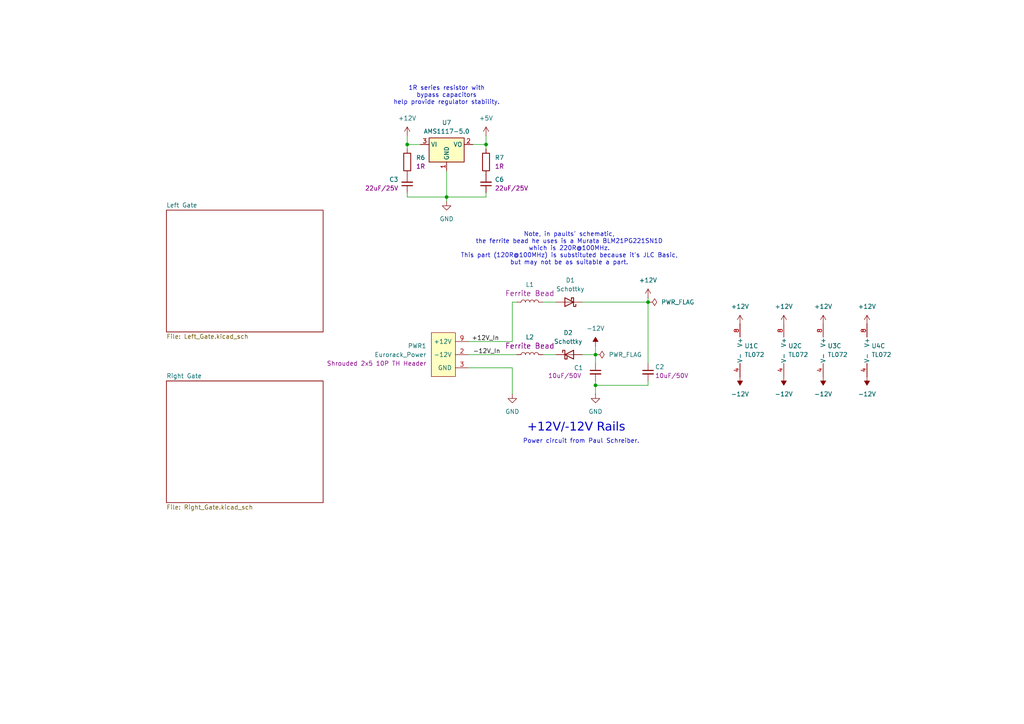
<source format=kicad_sch>
(kicad_sch (version 20250114) (generator "eeschema") (generator_version "9.0")
  (paper "A4")
  (lib_symbols
    (symbol "FerriteBead_0603_JLC_Basic_for_Eurorack_Power_1" (pin_numbers (hide yes)) (pin_names (offset 1.016) (hide yes))
      (property "Reference" "L1" (at 5.08 0 90))
      (property "Display" "Ferrite Bead" (at 2.54 0 90))
      (symbol "FerriteBead_0603_JLC_Basic_for_Eurorack_Power_1_0_1"
        (arc (start 0 2.54) (mid 0.6323 1.905) (end 0 1.27))
        (arc (start 0 1.27) (mid 0.6323 0.635) (end 0 0))
        (arc (start 0 0) (mid 0.6323 -0.635) (end 0 -1.27))
        (arc (start 0 -1.27) (mid 0.6323 -1.905) (end 0 -2.54))
      )
      (symbol "FerriteBead_0603_JLC_Basic_for_Eurorack_Power_1_1_1"
        (pin passive line (at 0 3.81 270) (length 1.27) (name "1") (number "1"))
        (pin passive line (at 0 -3.81 90) (length 1.27) (name "2") (number "2"))
      )
    )
    (symbol "Lichen:10uF_0805_50V" (pin_numbers (hide yes)) (pin_names (offset 0.254) (hide yes))
      (property "Reference" "C2" (at 2.54 1.2638 0))
      (property "Display" "10uF/50V" (at 2.032 -1.016 0))
      (symbol "10uF_0805_50V_0_1"
        (polyline (pts (xy -1.524 0.508) (xy 1.524 0.508)) (stroke (width 0.3048)))
        (polyline (pts (xy -1.524 -0.508) (xy 1.524 -0.508)) (stroke (width 0.3302)))
      )
      (symbol "10uF_0805_50V_1_1"
        (pin passive line (at 0 2.54 270) (length 2.032) (name "~") (number "1"))
        (pin passive line (at 0 -2.54 90) (length 2.032) (name "~") (number "2"))
      )
    )
    (symbol "Lichen:1R_0603" (pin_numbers (hide yes)) (pin_names (offset 0))
      (property "Reference" "R7" (at 2.54 1.2701 0))
      (property "Display" "1R" (at 2.54 -1.2699 0))
      (symbol "1R_0603_0_1"
        (rectangle (start -1.016 -2.54) (end 1.016 2.54) (stroke (width 0.254)))
      )
      (symbol "1R_0603_1_1"
        (pin passive line (at 0 3.81 270) (length 1.27) (name "~") (number "1"))
        (pin passive line (at 0 -3.81 90) (length 1.27) (name "~") (number "2"))
      )
    )
    (symbol "Lichen:22uF_0805_25V" (pin_numbers (hide yes)) (pin_names (offset 0.254) (hide yes))
      (property "Reference" "C3" (at -2.54 -1.2765 0))
      (property "Display" "22uF/25V" (at -2.54 1.2635 0))
      (symbol "22uF_0805_25V_0_1"
        (polyline (pts (xy -1.524 0.508) (xy 1.524 0.508)) (stroke (width 0.3048)))
        (polyline (pts (xy -1.524 -0.508) (xy 1.524 -0.508)) (stroke (width 0.3302)))
      )
      (symbol "22uF_0805_25V_1_1"
        (pin passive line (at 0 2.54 270) (length 2.032) (name "~") (number "1"))
        (pin passive line (at 0 -2.54 90) (length 2.032) (name "~") (number "2"))
      )
    )
    (symbol "Lichen:Eurorack_Power_2x5P_Shrouded_TH" (pin_names (offset 1.016))
      (property "Reference" "PWR1" (at -4.572 2.54 0))
      (property "Value" "Eurorack_Power" (at -4.572 0 0))
      (property "Description" "Shrouded 2x5 10P TH Header" (at -4.572 -2.54 0))
      (symbol "Eurorack_Power_2x5P_Shrouded_TH_0_1"
        (rectangle (start -3.175 6.35) (end 3.81 -6.35) (fill (type background)))
      )
      (symbol "Eurorack_Power_2x5P_Shrouded_TH_1_1"
        (pin passive line (at 7.62 3.81 180) (length 3.81) (hide yes) (name "+12V") (number "10"))
        (pin power_out line (at 7.62 3.81 180) (length 3.81) (name "+12V") (number "9"))
        (pin power_out line (at 7.62 0 180) (length 3.81) (hide yes) (name "-12V") (number "1"))
        (pin passive line (at 7.62 0 180) (length 3.81) (name "-12V") (number "2"))
        (pin power_out line (at 7.62 -3.81 180) (length 3.81) (name "GND") (number "3"))
        (pin passive line (at 7.62 -3.81 180) (length 3.81) (hide yes) (name "GND") (number "4"))
        (pin passive line (at 7.62 -3.81 180) (length 3.81) (hide yes) (name "GND") (number "5"))
        (pin passive line (at 7.62 -3.81 180) (length 3.81) (hide yes) (name "GND") (number "6"))
        (pin passive line (at 7.62 -3.81 180) (length 3.81) (hide yes) (name "GND") (number "7"))
        (pin passive line (at 7.62 -3.81 180) (length 3.81) (hide yes) (name "GND") (number "8"))
      )
    )
    (symbol "Lichen:FerriteBead_0603_JLC_Basic_for_Eurorack_Power" (pin_numbers (hide yes)) (pin_names (offset 1.016) (hide yes))
      (property "Reference" "L1" (at 5.08 0 90))
      (property "Display" "Ferrite Bead" (at 2.54 0 90))
      (symbol "FerriteBead_0603_JLC_Basic_for_Eurorack_Power_0_1"
        (arc (start 0 2.54) (mid 0.6323 1.905) (end 0 1.27))
        (arc (start 0 1.27) (mid 0.6323 0.635) (end 0 0))
        (arc (start 0 0) (mid 0.6323 -0.635) (end 0 -1.27))
        (arc (start 0 -1.27) (mid 0.6323 -1.905) (end 0 -2.54))
      )
      (symbol "FerriteBead_0603_JLC_Basic_for_Eurorack_Power_1_1"
        (pin passive line (at 0 3.81 270) (length 1.27) (name "1") (number "1"))
        (pin passive line (at 0 -3.81 90) (length 1.27) (name "2") (number "2"))
      )
    )
    (symbol "Lichen:Schottky_Diode" (pin_numbers (hide yes)) (pin_names (offset 1.016) (hide yes))
      (property "Reference" "D1" (at -0.3175 -6.35 0))
      (property "Value" "Schottky" (at -0.3175 -3.81 0))
      (symbol "Schottky_Diode_0_1"
        (polyline (pts (xy -1.905 0.635) (xy -1.905 1.27) (xy -1.27 1.27) (xy -1.27 -1.27) (xy -0.635 -1.27) (xy -0.635 -0.635)) (stroke (width 0.254)))
        (polyline (pts (xy 1.27 1.27) (xy 1.27 -1.27) (xy -1.27 0) (xy 1.27 1.27)) (stroke (width 0.254)))
        (polyline (pts (xy 1.27 0) (xy -1.27 0)))
      )
      (symbol "Schottky_Diode_1_1"
        (pin passive line (at -3.81 0 0) (length 2.54) (name "K") (number "1"))
        (pin passive line (at 3.81 0 180) (length 2.54) (name "A") (number "2"))
      )
    )
    (symbol "Lichen:TL072" (pin_names (offset 0.127))
      (property "Reference" "OP3" (at 0 10.16 0))
      (property "Value" "TL072" (at 0 7.62 0))
      (symbol "TL072_1_1"
        (polyline (pts (xy -5.08 5.08) (xy 5.08 0) (xy -5.08 -5.08) (xy -5.08 5.08)) (stroke (width 0.254)) (fill (type background)))
        (pin input line (at -7.62 2.54 0) (length 2.54) (name "+") (number "3"))
        (pin input line (at -7.62 -2.54 0) (length 2.54) (name "-") (number "2"))
        (pin output line (at 7.62 0 180) (length 2.54) (name "~") (number "1"))
      )
      (symbol "TL072_2_1"
        (polyline (pts (xy -5.08 5.08) (xy 5.08 0) (xy -5.08 -5.08) (xy -5.08 5.08)) (stroke (width 0.254)) (fill (type background)))
        (pin input line (at -7.62 2.54 0) (length 2.54) (name "+") (number "5"))
        (pin input line (at -7.62 -2.54 0) (length 2.54) (name "-") (number "6"))
        (pin output line (at 7.62 0 180) (length 2.54) (name "~") (number "7"))
      )
      (symbol "TL072_3_1"
        (pin power_in line (at -2.54 7.62 270) (length 3.81) (name "V+") (number "8"))
        (pin power_in line (at -2.54 -7.62 90) (length 3.81) (name "V-") (number "4"))
      )
    )
    (symbol "Regulator_Linear:LM1117MP-5.0"
      (property "Reference" "U" (at -3.81 3.175 0))
      (property "Value" "LM1117MP-5.0" (at 0 3.175 0))
      (symbol "LM1117MP-5.0_0_1"
        (rectangle (start -5.08 -5.08) (end 5.08 1.905) (stroke (width 0.254)) (fill (type background)))
      )
      (symbol "LM1117MP-5.0_1_1"
        (pin power_in line (at -7.62 0 0) (length 2.54) (name "VI") (number "3"))
        (pin power_in line (at 0 -7.62 90) (length 2.54) (name "GND") (number "1"))
        (pin power_out line (at 7.62 0 180) (length 2.54) (name "VO") (number "2"))
      )
    )
    (symbol "power:+12V" (power) (pin_numbers (hide yes)) (pin_names (offset 0) (hide yes))
      (property "Value" "+12V" (at 0 3.556 0))
      (symbol "+12V_0_1"
        (polyline (pts (xy -0.762 1.27) (xy 0 2.54)))
        (polyline (pts (xy 0 2.54) (xy 0.762 1.27)))
        (polyline (pts (xy 0 0) (xy 0 2.54)))
      )
      (symbol "+12V_1_1"
        (pin power_in line (at 0 0 90) (length 0) (name "~") (number "1"))
      )
    )
    (symbol "power:+5V" (power) (pin_numbers (hide yes)) (pin_names (offset 0) (hide yes))
      (property "Value" "+5V" (at 0 3.556 0))
      (symbol "+5V_0_1"
        (polyline (pts (xy -0.762 1.27) (xy 0 2.54)))
        (polyline (pts (xy 0 2.54) (xy 0.762 1.27)))
        (polyline (pts (xy 0 0) (xy 0 2.54)))
      )
      (symbol "+5V_1_1"
        (pin power_in line (at 0 0 90) (length 0) (name "~") (number "1"))
      )
    )
    (symbol "power:-12V" (power) (pin_numbers (hide yes)) (pin_names (offset 0) (hide yes))
      (property "Value" "-12V" (at 0 3.556 0))
      (symbol "-12V_0_0"
        (pin power_in line (at 0 0 90) (length 0) (name "~") (number "1"))
      )
      (symbol "-12V_0_1"
        (polyline (pts (xy 0 0) (xy 0 1.27) (xy 0.762 1.27) (xy 0 2.54) (xy -0.762 1.27) (xy 0 1.27)) (fill (type outline)))
      )
    )
    (symbol "power:GND" (power) (pin_numbers (hide yes)) (pin_names (offset 0) (hide yes))
      (property "Value" "GND" (at 0 -3.81 0))
      (symbol "GND_0_1"
        (polyline (pts (xy 0 0) (xy 0 -1.27) (xy 1.27 -1.27) (xy 0 -2.54) (xy -1.27 -1.27) (xy 0 -1.27)))
      )
      (symbol "GND_1_1"
        (pin power_in line (at 0 0 270) (length 0) (name "~") (number "1"))
      )
    )
    (symbol "power:PWR_FLAG" (power) (pin_numbers (hide yes)) (pin_names (offset 0) (hide yes))
      (property "Value" "PWR_FLAG" (at 0 3.81 0))
      (symbol "PWR_FLAG_0_0"
        (pin power_out line (at 0 0 90) (length 0) (name "~") (number "1"))
      )
      (symbol "PWR_FLAG_0_1"
        (polyline (pts (xy 0 0) (xy 0 1.27) (xy -1.016 1.905) (xy 0 2.54) (xy 1.016 1.905) (xy 0 1.27)))
      )
    )
  )
  (text "1R series resistor with\nbypass capacitors\nhelp provide regulator stability." (at 129.54 27.686 0) (effects (font (size 1.27 1.27))))
  (text "Note, in paults' schematic,\nthe ferrite bead he uses is a Murata BLM21PG221SN1D\nwhich is 220R@100MHz.\nThis part (120R@100MHz) is substituted because it's JLC Basic,\nbut may not be as suitable a part." (at 165.1 72.136 0) (effects (font (size 1.27 1.27))))
  (text "Power circuit from Paul Schreiber." (at 151.638 128.016 0) (effects (font (size 1.27 1.27)) (justify left)))
  (text "+12V/-12V Rails" (at 167.132 124.714 0) (effects (font (size 2.5 2.5))))
  (junction (at 118.11 41.91))
  (junction (at 129.54 57.15))
  (junction (at 172.72 102.87))
  (junction (at 172.72 111.76))
  (junction (at 187.96 87.63))
  (junction (at 140.97 41.91))
  (wire (pts (xy 140.97 41.91) (xy 140.97 43.18)))
  (wire (pts (xy 140.97 41.91) (xy 137.16 41.91)))
  (wire (pts (xy 172.72 111.76) (xy 172.72 110.49)))
  (wire (pts (xy 149.86 87.63) (xy 148.59 87.63)))
  (wire (pts (xy 140.97 55.88) (xy 140.97 57.15)))
  (wire (pts (xy 118.11 57.15) (xy 129.54 57.15)))
  (wire (pts (xy 187.96 110.49) (xy 187.96 111.76)))
  (wire (pts (xy 118.11 39.37) (xy 118.11 41.91)))
  (wire (pts (xy 148.59 106.68) (xy 135.89 106.68)))
  (wire (pts (xy 129.54 58.42) (xy 129.54 57.15)))
  (wire (pts (xy 135.89 102.87) (xy 149.86 102.87)))
  (wire (pts (xy 129.54 49.53) (xy 129.54 57.15)))
  (wire (pts (xy 172.72 100.33) (xy 172.72 102.87)))
  (wire (pts (xy 168.91 87.63) (xy 187.96 87.63)))
  (wire (pts (xy 140.97 57.15) (xy 129.54 57.15)))
  (wire (pts (xy 168.91 102.87) (xy 172.72 102.87)))
  (wire (pts (xy 118.11 41.91) (xy 121.92 41.91)))
  (wire (pts (xy 148.59 99.06) (xy 135.89 99.06)))
  (wire (pts (xy 157.48 102.87) (xy 161.29 102.87)))
  (wire (pts (xy 187.96 87.63) (xy 187.96 86.36)))
  (wire (pts (xy 172.72 114.3) (xy 172.72 111.76)))
  (wire (pts (xy 187.96 87.63) (xy 187.96 105.41)))
  (wire (pts (xy 118.11 41.91) (xy 118.11 43.18)))
  (wire (pts (xy 161.29 87.63) (xy 157.48 87.63)))
  (wire (pts (xy 148.59 106.68) (xy 148.59 114.3)))
  (wire (pts (xy 148.59 87.63) (xy 148.59 99.06)))
  (wire (pts (xy 172.72 111.76) (xy 187.96 111.76)))
  (wire (pts (xy 118.11 55.88) (xy 118.11 57.15)))
  (wire (pts (xy 172.72 105.41) (xy 172.72 102.87)))
  (wire (pts (xy 140.97 39.37) (xy 140.97 41.91)))
  (label "+12V_In" (at 144.78 99.06 180))
  (label "-12V_In" (at 137.16 102.87 0))
  (symbol (lib_id "Lichen:10uF_0805_50V") (at 172.72 107.95 0) (unit 1)
    (property "Reference" "C1" (at 169.164 106.68 0) (effects (justify right)))
    (property "Value" "10uF_0805_25V" (effects (hide yes)))
    (property "Footprint" "Lichen:C_0805" (effects (hide yes)))
    (property "Description" "50V 10uF X5R ±10% 0805 MLCC SMD" (effects (hide yes)))
    (property "Specifications" "50V 10uF X5R ±10% 0805 MLCC SMD" (effects (hide yes)))
    (property "Manufacturer" "Murata Electronics" (effects (hide yes)))
    (property "Part Number" "GRM21BR61H106KE43L" (effects (hide yes)))
    (property "Display" "10uF/50V" (at 168.656 108.966 0) (effects (justify right)))
    (property "LCSC" "C440198" (effects (hide yes)))
  )
  (symbol (lib_id "power:GND") (at 129.54 58.42 0) (unit 1)
    (property "Reference" "#PWR014" (effects (hide yes)))
    (property "Value" "GND" (at 129.54 63.5 0))
    (property "Description" "Power symbol creates a global label with name \"GND\" , ground" (effects (hide yes)))
  )
  (symbol (lib_id "power:-12V") (at 238.76 109.22 180) (unit 1)
    (property "Reference" "#PWR010" (effects (hide yes)))
    (property "Value" "-12V" (at 238.76 114.3 0))
    (property "Description" "Power symbol creates a global label with name \"-12V\"" (effects (hide yes)))
  )
  (symbol (lib_id "Lichen:Eurorack_Power_2x5P_Shrouded_TH") (at 128.27 102.87 0) (unit 1)
    (property "Reference" "PWR1" (at 123.698 100.33 0) (effects (justify right)))
    (property "Value" "Eurorack_Power" (at 123.698 102.87 0) (effects (justify right)))
    (property "Footprint" "Lichen:Eurorack_Power_Shrouded_TH_Staggered_Small" (effects (hide yes)))
    (property "Description" "Shrouded 2x5 10P TH Header" (at 123.698 105.41 0) (effects (justify right)))
  )
  (symbol (lib_id "Lichen:10uF_0805_50V") (at 187.96 107.95 0) (unit 1)
    (property "Reference" "C2" (at 189.992 106.426 0) (effects (justify left)))
    (property "Value" "10uF_0805_25V" (effects (hide yes)))
    (property "Footprint" "Lichen:C_0805" (effects (hide yes)))
    (property "Description" "50V 10uF X5R ±10% 0805 MLCC SMD" (effects (hide yes)))
    (property "Specifications" "50V 10uF X5R ±10% 0805 MLCC SMD" (effects (hide yes)))
    (property "Manufacturer" "Murata Electronics" (effects (hide yes)))
    (property "Part Number" "GRM21BR61H106KE43L" (effects (hide yes)))
    (property "Display" "10uF/50V" (at 189.992 108.966 0) (effects (justify left)))
    (property "LCSC" "C440198" (effects (hide yes)))
  )
  (symbol (lib_id "Lichen:Schottky_Diode") (at 165.1 87.63 180) (unit 1)
    (property "Reference" "D1" (at 165.4175 81.28 0))
    (property "Value" "Schottky" (at 165.4175 83.82 0))
    (property "Footprint" "Diode_SMD:D_SMB_Handsoldering" (effects (hide yes)))
    (property "Datasheet" "https://www.lcsc.com/datasheet/lcsc_datasheet_2409301604_STMicroelectronics-STPS1L30U_C222239.pdf" (effects (hide yes)))
    (property "Description" "Schottky diode" (effects (hide yes)))
    (property "Manufacturer" "STMicroelectronics" (effects (hide yes)))
    (property "Part Number" "STPS1L30U" (effects (hide yes)))
    (property "JLCPCB ID" "C222239" (effects (hide yes)))
  )
  (symbol (lib_id "power:+12V") (at 118.11 39.37 0) (unit 1)
    (property "Reference" "#PWR021" (effects (hide yes)))
    (property "Value" "+12V" (at 118.11 34.29 0))
    (property "Description" "Power symbol creates a global label with name \"+12V\"" (effects (hide yes)))
  )
  (symbol (lib_id "Lichen:Schottky_Diode") (at 165.1 102.87 0) (unit 1)
    (property "Reference" "D2" (at 164.7825 96.52 0))
    (property "Value" "Schottky" (at 164.7825 99.06 0))
    (property "Footprint" "Diode_SMD:D_SMB_Handsoldering" (effects (hide yes)))
    (property "Datasheet" "https://www.lcsc.com/datasheet/lcsc_datasheet_2409301604_STMicroelectronics-STPS1L30U_C222239.pdf" (effects (hide yes)))
    (property "Description" "Schottky diode" (effects (hide yes)))
    (property "Manufacturer" "STMicroelectronics" (effects (hide yes)))
    (property "Part Number" "STPS1L30U" (effects (hide yes)))
    (property "LCSC" "C222239" (effects (hide yes)))
    (property "JLCPCB ID" "C222239" (effects (hide yes)))
  )
  (symbol (lib_id "power:GND") (at 148.59 114.3 0) (unit 1)
    (property "Reference" "#PWR01" (effects (hide yes)))
    (property "Value" "GND" (at 148.59 119.38 0))
    (property "Description" "Power symbol creates a global label with name \"GND\" , ground" (effects (hide yes)))
  )
  (symbol (lib_id "power:-12V") (at 214.63 109.22 180) (unit 1)
    (property "Reference" "#PWR06" (effects (hide yes)))
    (property "Value" "-12V" (at 214.63 114.3 0))
    (property "Description" "Power symbol creates a global label with name \"-12V\"" (effects (hide yes)))
  )
  (symbol (lib_name "FerriteBead_0603_JLC_Basic_for_Eurorack_Power_1") (lib_id "Lichen:FerriteBead_0603_JLC_Basic_for_Eurorack_Power") (at 153.67 87.63 90) (unit 1)
    (property "Reference" "L1" (at 153.67 82.55 90))
    (property "Value" "FerriteBead_0603_2A" (effects (hide yes)))
    (property "Footprint" "Lichen:R_0603" (effects (hide yes)))
    (property "Datasheet" "https://jlcpcb.com/api/file/downloadByFileSystemAccessId/8588900229559300096" (effects (hide yes)))
    (property "Description" "120Ω@100MHz 2A 50mΩ ±25% 0603 Ferrite Beads" (effects (hide yes)))
    (property "Specifications" "120Ω@100MHz 2A 50mΩ ±25% 0603 Ferrite Beads" (effects (hide yes)))
    (property "Manufacturer" "Murata Electronics" (effects (hide yes)))
    (property "Part Number" "BLM18PG121SN1D" (effects (hide yes)))
    (property "Display" "Ferrite Bead" (at 153.67 85.09 90) (effects (font (size 1.524 1.524))))
    (property "LCSC" "C14709" (effects (hide yes)))
  )
  (symbol (lib_id "Lichen:1R_0603") (at 140.97 46.99 0) (unit 1)
    (property "Reference" "R7" (at 143.51 45.7199 0) (effects (justify left)))
    (property "Value" "1R" (effects (hide yes)))
    (property "Footprint" "Lichen:R_0603" (effects (hide yes)))
    (property "Datasheet" "https://jlcpcb.com/api/file/downloadByFileSystemAccessId/8579706155561910272" (effects (hide yes)))
    (property "Description" "100mW 1Ω 75V ±1% 0603" (effects (hide yes)))
    (property "Specifications" "100mW 1Ω 75V ±1%" (effects (hide yes)))
    (property "Manufacturer" " UNI-ROYAL(Uniroyal Elec)" (effects (hide yes)))
    (property "Part Number" "0603WAF100KT5E " (effects (hide yes)))
    (property "Display" "1R" (at 143.51 48.2599 0) (effects (justify left)))
    (property "LCSC" "C22936" (effects (hide yes)))
  )
  (symbol (lib_id "power:+12V") (at 227.33 93.98 0) (unit 1)
    (property "Reference" "#PWR07" (effects (hide yes)))
    (property "Value" "+12V" (at 227.33 88.9 0))
    (property "Description" "Power symbol creates a global label with name \"+12V\"" (effects (hide yes)))
  )
  (symbol (lib_id "Lichen:TL072") (at 217.17 101.6 0) (unit 3)
    (property "Reference" "U1" (at 215.9 100.3299 0) (effects (justify left)))
    (property "Value" "TL072" (at 215.9 102.8699 0) (effects (justify left)))
    (property "Footprint" "Package_SO:SOIC-8_3.9x4.9mm_P1.27mm" (effects (hide yes)))
    (property "Datasheet" "http://www.ti.com/lit/ds/symlink/tl071.pdf" (effects (hide yes)))
    (property "Description" "Dual Low-Noise JFET-Input Operational Amplifiers, DIP-8/SOIC-8" (effects (hide yes)))
    (property "LCSC" "C6961" (effects (hide yes)))
    (property "Manufacturer" "STMicroelectronics" (effects (hide yes)))
    (property "Part Number" "TL072CDT" (effects (hide yes)))
  )
  (symbol (lib_id "power:-12V") (at 172.72 100.33 0) (unit 1)
    (property "Reference" "#PWR02" (effects (hide yes)))
    (property "Value" "-12V" (at 172.72 95.25 0))
    (property "Description" "Power symbol creates a global label with name \"-12V\"" (effects (hide yes)))
  )
  (symbol (lib_id "Lichen:22uF_0805_25V") (at 118.11 53.34 0) (mirror x) (unit 1)
    (property "Reference" "C3" (at 115.57 52.0635 0) (effects (justify right)))
    (property "Value" "22uF_0805_25V" (effects (hide yes)))
    (property "Footprint" "Lichen:C_0805" (effects (hide yes)))
    (property "Datasheet" "https://jlcpcb.com/api/file/downloadByFileSystemAccessId/8579706866429190144" (effects (hide yes)))
    (property "Description" "22uF 25V X5R ±20% 0805 MLCC" (effects (hide yes)))
    (property "Manufacturer" "Samsung Electro-Mechanics" (effects (hide yes)))
    (property "Part Number" "CL21A226MAQNNNE" (effects (hide yes)))
    (property "Display" "22uF/25V" (at 115.57 54.6035 0) (effects (justify right)))
    (property "LCSC" "C45783" (effects (hide yes)))
  )
  (symbol (lib_id "power:-12V") (at 227.33 109.22 180) (unit 1)
    (property "Reference" "#PWR08" (effects (hide yes)))
    (property "Value" "-12V" (at 227.33 114.3 0))
    (property "Description" "Power symbol creates a global label with name \"-12V\"" (effects (hide yes)))
  )
  (symbol (lib_id "power:GND") (at 172.72 114.3 0) (unit 1)
    (property "Reference" "#PWR03" (effects (hide yes)))
    (property "Value" "GND" (at 172.72 119.38 0))
    (property "Description" "Power symbol creates a global label with name \"GND\" , ground" (effects (hide yes)))
  )
  (symbol (lib_id "power:PWR_FLAG") (at 187.96 87.63 270) (unit 1)
    (property "Reference" "#FLG02" (effects (hide yes)))
    (property "Value" "PWR_FLAG" (at 191.77 87.6299 90) (effects (justify left)))
    (property "Description" "Special symbol for telling ERC where power comes from" (effects (hide yes)))
  )
  (symbol (lib_id "power:+12V") (at 214.63 93.98 0) (unit 1)
    (property "Reference" "#PWR05" (effects (hide yes)))
    (property "Value" "+12V" (at 214.63 88.9 0))
    (property "Description" "Power symbol creates a global label with name \"+12V\"" (effects (hide yes)))
  )
  (symbol (lib_id "power:-12V") (at 251.46 109.22 180) (unit 1)
    (property "Reference" "#PWR012" (effects (hide yes)))
    (property "Value" "-12V" (at 251.46 114.3 0))
    (property "Description" "Power symbol creates a global label with name \"-12V\"" (effects (hide yes)))
  )
  (symbol (lib_id "Regulator_Linear:LM1117MP-5.0") (at 129.54 41.91 0) (unit 1)
    (property "Reference" "U7" (at 129.54 35.56 0))
    (property "Value" "AMS1117-5.0" (at 129.54 38.1 0))
    (property "Footprint" "Package_TO_SOT_SMD:SOT-223-3_TabPin2" (effects (hide yes)))
    (property "Datasheet" "http://www.ti.com/lit/ds/symlink/lm1117.pdf" (effects (hide yes)))
    (property "Description" "800mA Low-Dropout Linear Regulator, 5.0V fixed output, SOT-223" (effects (hide yes)))
    (property "Manufacturer" "Advanced Monolithic Systems" (effects (hide yes)))
    (property "Part Number" "AMS1117-5.0" (effects (hide yes)))
    (property "LCSC" "C6187" (effects (hide yes)))
  )
  (symbol (lib_id "power:+12V") (at 238.76 93.98 0) (unit 1)
    (property "Reference" "#PWR09" (effects (hide yes)))
    (property "Value" "+12V" (at 238.76 88.9 0))
    (property "Description" "Power symbol creates a global label with name \"+12V\"" (effects (hide yes)))
  )
  (symbol (lib_id "power:+12V") (at 187.96 86.36 0) (unit 1)
    (property "Reference" "#PWR04" (effects (hide yes)))
    (property "Value" "+12V" (at 187.96 81.28 0))
    (property "Description" "Power symbol creates a global label with name \"+12V\"" (effects (hide yes)))
  )
  (symbol (lib_id "Lichen:1R_0603") (at 118.11 46.99 0) (unit 1)
    (property "Reference" "R6" (at 120.65 45.7199 0) (effects (justify left)))
    (property "Value" "1R" (effects (hide yes)))
    (property "Footprint" "Lichen:R_0603" (effects (hide yes)))
    (property "Datasheet" "https://jlcpcb.com/api/file/downloadByFileSystemAccessId/8579706155561910272" (effects (hide yes)))
    (property "Description" "100mW 1Ω 75V ±1% 0603" (effects (hide yes)))
    (property "Specifications" "100mW 1Ω 75V ±1%" (effects (hide yes)))
    (property "Manufacturer" " UNI-ROYAL(Uniroyal Elec)" (effects (hide yes)))
    (property "Part Number" "0603WAF100KT5E " (effects (hide yes)))
    (property "Display" "1R" (at 120.65 48.2599 0) (effects (justify left)))
    (property "LCSC" "C22936" (effects (hide yes)))
  )
  (symbol (lib_id "power:+12V") (at 251.46 93.98 0) (unit 1)
    (property "Reference" "#PWR011" (effects (hide yes)))
    (property "Value" "+12V" (at 251.46 88.9 0))
    (property "Description" "Power symbol creates a global label with name \"+12V\"" (effects (hide yes)))
  )
  (symbol (lib_id "Lichen:TL072") (at 241.3 101.6 0) (unit 3)
    (property "Reference" "U3" (at 240.03 100.3299 0) (effects (justify left)))
    (property "Value" "TL072" (at 240.03 102.8699 0) (effects (justify left)))
    (property "Footprint" "Package_SO:SOIC-8_3.9x4.9mm_P1.27mm" (effects (hide yes)))
    (property "Datasheet" "http://www.ti.com/lit/ds/symlink/tl071.pdf" (effects (hide yes)))
    (property "Description" "Dual Low-Noise JFET-Input Operational Amplifiers, DIP-8/SOIC-8" (effects (hide yes)))
    (property "LCSC" "C6961" (effects (hide yes)))
    (property "Manufacturer" "STMicroelectronics" (effects (hide yes)))
    (property "Part Number" "TL072CDT" (effects (hide yes)))
  )
  (symbol (lib_id "Lichen:TL072") (at 229.87 101.6 0) (unit 3)
    (property "Reference" "U2" (at 228.6 100.3299 0) (effects (justify left)))
    (property "Value" "TL072" (at 228.6 102.8699 0) (effects (justify left)))
    (property "Footprint" "Package_SO:SOIC-8_3.9x4.9mm_P1.27mm" (effects (hide yes)))
    (property "Datasheet" "http://www.ti.com/lit/ds/symlink/tl071.pdf" (effects (hide yes)))
    (property "Description" "Dual Low-Noise JFET-Input Operational Amplifiers, DIP-8/SOIC-8" (effects (hide yes)))
    (property "LCSC" "C6961" (effects (hide yes)))
    (property "Manufacturer" "STMicroelectronics" (effects (hide yes)))
    (property "Part Number" "TL072CDT" (effects (hide yes)))
  )
  (symbol (lib_id "power:+5V") (at 140.97 39.37 0) (unit 1)
    (property "Reference" "#PWR013" (effects (hide yes)))
    (property "Value" "+5V" (at 140.97 34.29 0))
    (property "Description" "Power symbol creates a global label with name \"+5V\"" (effects (hide yes)))
  )
  (symbol (lib_id "Lichen:TL072") (at 254 101.6 0) (unit 3)
    (property "Reference" "U4" (at 252.73 100.3299 0) (effects (justify left)))
    (property "Value" "TL072" (at 252.73 102.8699 0) (effects (justify left)))
    (property "Footprint" "Package_SO:SOIC-8_3.9x4.9mm_P1.27mm" (effects (hide yes)))
    (property "Datasheet" "http://www.ti.com/lit/ds/symlink/tl071.pdf" (effects (hide yes)))
    (property "Description" "Dual Low-Noise JFET-Input Operational Amplifiers, DIP-8/SOIC-8" (effects (hide yes)))
    (property "LCSC" "C6961" (effects (hide yes)))
    (property "Manufacturer" "STMicroelectronics" (effects (hide yes)))
    (property "Part Number" "TL072CDT" (effects (hide yes)))
  )
  (symbol (lib_id "Lichen:FerriteBead_0603_JLC_Basic_for_Eurorack_Power") (at 153.67 102.87 90) (unit 1)
    (property "Reference" "L2" (at 153.67 97.79 90))
    (property "Value" "FerriteBead_0603_2A" (effects (hide yes)))
    (property "Footprint" "Lichen:R_0603" (effects (hide yes)))
    (property "Datasheet" "https://jlcpcb.com/api/file/downloadByFileSystemAccessId/8588900229559300096" (effects (hide yes)))
    (property "Description" "120Ω@100MHz 2A 50mΩ ±25% 0603 Ferrite Beads" (effects (hide yes)))
    (property "Specifications" "120Ω@100MHz 2A 50mΩ ±25% 0603 Ferrite Beads" (effects (hide yes)))
    (property "Manufacturer" "Murata Electronics" (effects (hide yes)))
    (property "Part Number" "BLM18PG121SN1D" (effects (hide yes)))
    (property "Display" "Ferrite Bead" (at 153.67 100.33 90) (effects (font (size 1.524 1.524))))
    (property "LCSC" "C14709" (effects (hide yes)))
  )
  (symbol (lib_id "power:PWR_FLAG") (at 172.72 102.87 270) (unit 1)
    (property "Reference" "#FLG01" (effects (hide yes)))
    (property "Value" "PWR_FLAG" (at 176.53 102.8699 90) (effects (justify left)))
    (property "Description" "Special symbol for telling ERC where power comes from" (effects (hide yes)))
  )
  (symbol (lib_id "Lichen:22uF_0805_25V") (at 140.97 53.34 180) (unit 1)
    (property "Reference" "C6" (at 143.51 52.0635 0) (effects (justify right)))
    (property "Value" "22uF_0805_25V" (effects (hide yes)))
    (property "Footprint" "Lichen:C_0805" (effects (hide yes)))
    (property "Datasheet" "https://jlcpcb.com/api/file/downloadByFileSystemAccessId/8579706866429190144" (effects (hide yes)))
    (property "Description" "22uF 25V X5R ±20% 0805 MLCC" (effects (hide yes)))
    (property "Manufacturer" "Samsung Electro-Mechanics" (effects (hide yes)))
    (property "Part Number" "CL21A226MAQNNNE" (effects (hide yes)))
    (property "Display" "22uF/25V" (at 143.51 54.6035 0) (effects (justify right)))
    (property "LCSC" "C45783" (effects (hide yes)))
  )
  (sheet (at 48.26 60.96) (size 45.466 35.306) (stroke (width 0.1524))
    (property "Sheetname" "Left Gate" (at 48.26 60.2484 0) (effects (justify left bottom)))
    (property "Sheetfile" "Left_Gate.kicad_sch" (at 48.26 96.8506 0) (effects (justify left top)))
  )
  (sheet (at 48.26 110.49) (size 45.466 35.306) (stroke (width 0.1524))
    (property "Sheetname" "Right Gate" (at 48.26 109.7784 0) (effects (justify left bottom)))
    (property "Sheetfile" "Right_Gate.kicad_sch" (at 48.26 146.3806 0) (effects (justify left top)))
  )
)
</source>
